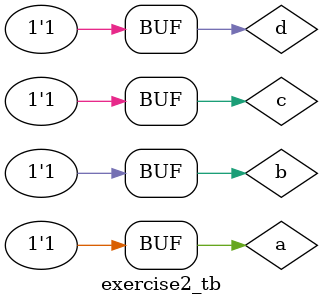
<source format=v>
`timescale 1ns/1ns
`include "exercise2.v"

module exercise2_tb();
    reg a, b, c, d;
    wire f;

    exercise2 ex2(a, b, c, d, f);
    initial begin
        $dumpfile("exercise2_tb.vcd");
        $dumpvars(0, exercise2_tb);

        a = 1'b0; b=1'b0; c=1'b0; d=1'b0;
        #20;
        a = 1'b0; b=1'b0; c=1'b0; d=1'b1;
        #20;
        a = 1'b0; b=1'b0; c=1'b1; d=1'b0;
        #20;
        a = 1'b0; b=1'b0; c=1'b1; d=1'b1;
        #20;
        a = 1'b0; b=1'b1; c=1'b0; d=1'b0;
        #20;
        a = 1'b0; b=1'b1; c=1'b0; d=1'b1;
        #20;
        a = 1'b0; b=1'b1; c=1'b1; d=1'b0;
        #20;
        a = 1'b0; b=1'b1; c=1'b1; d=1'b1;
        #20;
        a = 1'b1; b=1'b0; c=1'b0; d=1'b0;
        #20;
        a = 1'b1; b=1'b0; c=1'b0; d=1'b1;
        #20;
        a = 1'b1; b=1'b0; c=1'b1; d=1'b0;
        #20;
        a = 1'b1; b=1'b0; c=1'b1; d=1'b1;
        #20;
        a = 1'b1; b=1'b1; c=1'b0; d=1'b0;
        #20;
        a = 1'b1; b=1'b1; c=1'b0; d=1'b1;
        #20;
        a = 1'b1; b=1'b1; c=1'b1; d=1'b0;
        #20;
        a = 1'b1; b=1'b1; c=1'b1; d=1'b1;
        #20;

        $display("Test complete");
    end
endmodule
</source>
